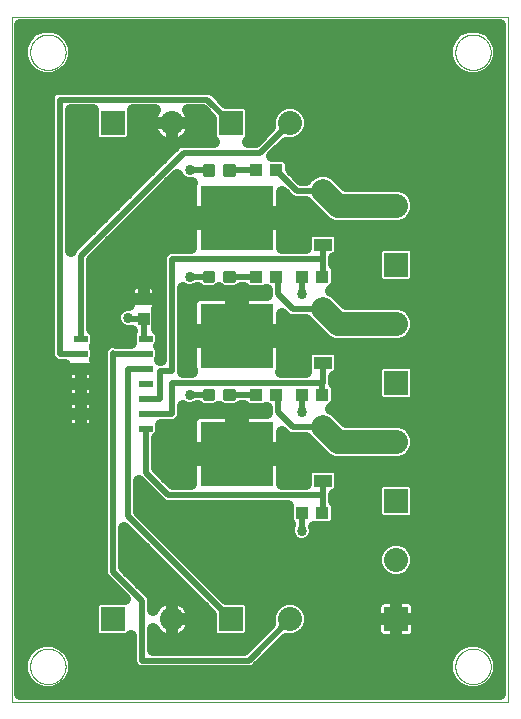
<source format=gtl>
G75*
%MOIN*%
%OFA0B0*%
%FSLAX25Y25*%
%IPPOS*%
%LPD*%
%AMOC8*
5,1,8,0,0,1.08239X$1,22.5*
%
%ADD10C,0.00000*%
%ADD11R,0.08000X0.08000*%
%ADD12C,0.08000*%
%ADD13R,0.04724X0.01969*%
%ADD14R,0.04331X0.03937*%
%ADD15C,0.01181*%
%ADD16R,0.03937X0.04331*%
%ADD17R,0.24409X0.21260*%
%ADD18R,0.06299X0.03937*%
%ADD19C,0.03937*%
%ADD20C,0.03369*%
%ADD21C,0.01969*%
%ADD22C,0.07874*%
D10*
X0002969Y0002969D02*
X0002969Y0231315D01*
X0168323Y0231315D01*
X0168323Y0002969D01*
X0002969Y0002969D01*
X0008874Y0014780D02*
X0008876Y0014933D01*
X0008882Y0015087D01*
X0008892Y0015240D01*
X0008906Y0015392D01*
X0008924Y0015545D01*
X0008946Y0015696D01*
X0008971Y0015847D01*
X0009001Y0015998D01*
X0009035Y0016148D01*
X0009072Y0016296D01*
X0009113Y0016444D01*
X0009158Y0016590D01*
X0009207Y0016736D01*
X0009260Y0016880D01*
X0009316Y0017022D01*
X0009376Y0017163D01*
X0009440Y0017303D01*
X0009507Y0017441D01*
X0009578Y0017577D01*
X0009653Y0017711D01*
X0009730Y0017843D01*
X0009812Y0017973D01*
X0009896Y0018101D01*
X0009984Y0018227D01*
X0010075Y0018350D01*
X0010169Y0018471D01*
X0010267Y0018589D01*
X0010367Y0018705D01*
X0010471Y0018818D01*
X0010577Y0018929D01*
X0010686Y0019037D01*
X0010798Y0019142D01*
X0010912Y0019243D01*
X0011030Y0019342D01*
X0011149Y0019438D01*
X0011271Y0019531D01*
X0011396Y0019620D01*
X0011523Y0019707D01*
X0011652Y0019789D01*
X0011783Y0019869D01*
X0011916Y0019945D01*
X0012051Y0020018D01*
X0012188Y0020087D01*
X0012327Y0020152D01*
X0012467Y0020214D01*
X0012609Y0020272D01*
X0012752Y0020327D01*
X0012897Y0020378D01*
X0013043Y0020425D01*
X0013190Y0020468D01*
X0013338Y0020507D01*
X0013487Y0020543D01*
X0013637Y0020574D01*
X0013788Y0020602D01*
X0013939Y0020626D01*
X0014092Y0020646D01*
X0014244Y0020662D01*
X0014397Y0020674D01*
X0014550Y0020682D01*
X0014703Y0020686D01*
X0014857Y0020686D01*
X0015010Y0020682D01*
X0015163Y0020674D01*
X0015316Y0020662D01*
X0015468Y0020646D01*
X0015621Y0020626D01*
X0015772Y0020602D01*
X0015923Y0020574D01*
X0016073Y0020543D01*
X0016222Y0020507D01*
X0016370Y0020468D01*
X0016517Y0020425D01*
X0016663Y0020378D01*
X0016808Y0020327D01*
X0016951Y0020272D01*
X0017093Y0020214D01*
X0017233Y0020152D01*
X0017372Y0020087D01*
X0017509Y0020018D01*
X0017644Y0019945D01*
X0017777Y0019869D01*
X0017908Y0019789D01*
X0018037Y0019707D01*
X0018164Y0019620D01*
X0018289Y0019531D01*
X0018411Y0019438D01*
X0018530Y0019342D01*
X0018648Y0019243D01*
X0018762Y0019142D01*
X0018874Y0019037D01*
X0018983Y0018929D01*
X0019089Y0018818D01*
X0019193Y0018705D01*
X0019293Y0018589D01*
X0019391Y0018471D01*
X0019485Y0018350D01*
X0019576Y0018227D01*
X0019664Y0018101D01*
X0019748Y0017973D01*
X0019830Y0017843D01*
X0019907Y0017711D01*
X0019982Y0017577D01*
X0020053Y0017441D01*
X0020120Y0017303D01*
X0020184Y0017163D01*
X0020244Y0017022D01*
X0020300Y0016880D01*
X0020353Y0016736D01*
X0020402Y0016590D01*
X0020447Y0016444D01*
X0020488Y0016296D01*
X0020525Y0016148D01*
X0020559Y0015998D01*
X0020589Y0015847D01*
X0020614Y0015696D01*
X0020636Y0015545D01*
X0020654Y0015392D01*
X0020668Y0015240D01*
X0020678Y0015087D01*
X0020684Y0014933D01*
X0020686Y0014780D01*
X0020684Y0014627D01*
X0020678Y0014473D01*
X0020668Y0014320D01*
X0020654Y0014168D01*
X0020636Y0014015D01*
X0020614Y0013864D01*
X0020589Y0013713D01*
X0020559Y0013562D01*
X0020525Y0013412D01*
X0020488Y0013264D01*
X0020447Y0013116D01*
X0020402Y0012970D01*
X0020353Y0012824D01*
X0020300Y0012680D01*
X0020244Y0012538D01*
X0020184Y0012397D01*
X0020120Y0012257D01*
X0020053Y0012119D01*
X0019982Y0011983D01*
X0019907Y0011849D01*
X0019830Y0011717D01*
X0019748Y0011587D01*
X0019664Y0011459D01*
X0019576Y0011333D01*
X0019485Y0011210D01*
X0019391Y0011089D01*
X0019293Y0010971D01*
X0019193Y0010855D01*
X0019089Y0010742D01*
X0018983Y0010631D01*
X0018874Y0010523D01*
X0018762Y0010418D01*
X0018648Y0010317D01*
X0018530Y0010218D01*
X0018411Y0010122D01*
X0018289Y0010029D01*
X0018164Y0009940D01*
X0018037Y0009853D01*
X0017908Y0009771D01*
X0017777Y0009691D01*
X0017644Y0009615D01*
X0017509Y0009542D01*
X0017372Y0009473D01*
X0017233Y0009408D01*
X0017093Y0009346D01*
X0016951Y0009288D01*
X0016808Y0009233D01*
X0016663Y0009182D01*
X0016517Y0009135D01*
X0016370Y0009092D01*
X0016222Y0009053D01*
X0016073Y0009017D01*
X0015923Y0008986D01*
X0015772Y0008958D01*
X0015621Y0008934D01*
X0015468Y0008914D01*
X0015316Y0008898D01*
X0015163Y0008886D01*
X0015010Y0008878D01*
X0014857Y0008874D01*
X0014703Y0008874D01*
X0014550Y0008878D01*
X0014397Y0008886D01*
X0014244Y0008898D01*
X0014092Y0008914D01*
X0013939Y0008934D01*
X0013788Y0008958D01*
X0013637Y0008986D01*
X0013487Y0009017D01*
X0013338Y0009053D01*
X0013190Y0009092D01*
X0013043Y0009135D01*
X0012897Y0009182D01*
X0012752Y0009233D01*
X0012609Y0009288D01*
X0012467Y0009346D01*
X0012327Y0009408D01*
X0012188Y0009473D01*
X0012051Y0009542D01*
X0011916Y0009615D01*
X0011783Y0009691D01*
X0011652Y0009771D01*
X0011523Y0009853D01*
X0011396Y0009940D01*
X0011271Y0010029D01*
X0011149Y0010122D01*
X0011030Y0010218D01*
X0010912Y0010317D01*
X0010798Y0010418D01*
X0010686Y0010523D01*
X0010577Y0010631D01*
X0010471Y0010742D01*
X0010367Y0010855D01*
X0010267Y0010971D01*
X0010169Y0011089D01*
X0010075Y0011210D01*
X0009984Y0011333D01*
X0009896Y0011459D01*
X0009812Y0011587D01*
X0009730Y0011717D01*
X0009653Y0011849D01*
X0009578Y0011983D01*
X0009507Y0012119D01*
X0009440Y0012257D01*
X0009376Y0012397D01*
X0009316Y0012538D01*
X0009260Y0012680D01*
X0009207Y0012824D01*
X0009158Y0012970D01*
X0009113Y0013116D01*
X0009072Y0013264D01*
X0009035Y0013412D01*
X0009001Y0013562D01*
X0008971Y0013713D01*
X0008946Y0013864D01*
X0008924Y0014015D01*
X0008906Y0014168D01*
X0008892Y0014320D01*
X0008882Y0014473D01*
X0008876Y0014627D01*
X0008874Y0014780D01*
X0150606Y0014780D02*
X0150608Y0014933D01*
X0150614Y0015087D01*
X0150624Y0015240D01*
X0150638Y0015392D01*
X0150656Y0015545D01*
X0150678Y0015696D01*
X0150703Y0015847D01*
X0150733Y0015998D01*
X0150767Y0016148D01*
X0150804Y0016296D01*
X0150845Y0016444D01*
X0150890Y0016590D01*
X0150939Y0016736D01*
X0150992Y0016880D01*
X0151048Y0017022D01*
X0151108Y0017163D01*
X0151172Y0017303D01*
X0151239Y0017441D01*
X0151310Y0017577D01*
X0151385Y0017711D01*
X0151462Y0017843D01*
X0151544Y0017973D01*
X0151628Y0018101D01*
X0151716Y0018227D01*
X0151807Y0018350D01*
X0151901Y0018471D01*
X0151999Y0018589D01*
X0152099Y0018705D01*
X0152203Y0018818D01*
X0152309Y0018929D01*
X0152418Y0019037D01*
X0152530Y0019142D01*
X0152644Y0019243D01*
X0152762Y0019342D01*
X0152881Y0019438D01*
X0153003Y0019531D01*
X0153128Y0019620D01*
X0153255Y0019707D01*
X0153384Y0019789D01*
X0153515Y0019869D01*
X0153648Y0019945D01*
X0153783Y0020018D01*
X0153920Y0020087D01*
X0154059Y0020152D01*
X0154199Y0020214D01*
X0154341Y0020272D01*
X0154484Y0020327D01*
X0154629Y0020378D01*
X0154775Y0020425D01*
X0154922Y0020468D01*
X0155070Y0020507D01*
X0155219Y0020543D01*
X0155369Y0020574D01*
X0155520Y0020602D01*
X0155671Y0020626D01*
X0155824Y0020646D01*
X0155976Y0020662D01*
X0156129Y0020674D01*
X0156282Y0020682D01*
X0156435Y0020686D01*
X0156589Y0020686D01*
X0156742Y0020682D01*
X0156895Y0020674D01*
X0157048Y0020662D01*
X0157200Y0020646D01*
X0157353Y0020626D01*
X0157504Y0020602D01*
X0157655Y0020574D01*
X0157805Y0020543D01*
X0157954Y0020507D01*
X0158102Y0020468D01*
X0158249Y0020425D01*
X0158395Y0020378D01*
X0158540Y0020327D01*
X0158683Y0020272D01*
X0158825Y0020214D01*
X0158965Y0020152D01*
X0159104Y0020087D01*
X0159241Y0020018D01*
X0159376Y0019945D01*
X0159509Y0019869D01*
X0159640Y0019789D01*
X0159769Y0019707D01*
X0159896Y0019620D01*
X0160021Y0019531D01*
X0160143Y0019438D01*
X0160262Y0019342D01*
X0160380Y0019243D01*
X0160494Y0019142D01*
X0160606Y0019037D01*
X0160715Y0018929D01*
X0160821Y0018818D01*
X0160925Y0018705D01*
X0161025Y0018589D01*
X0161123Y0018471D01*
X0161217Y0018350D01*
X0161308Y0018227D01*
X0161396Y0018101D01*
X0161480Y0017973D01*
X0161562Y0017843D01*
X0161639Y0017711D01*
X0161714Y0017577D01*
X0161785Y0017441D01*
X0161852Y0017303D01*
X0161916Y0017163D01*
X0161976Y0017022D01*
X0162032Y0016880D01*
X0162085Y0016736D01*
X0162134Y0016590D01*
X0162179Y0016444D01*
X0162220Y0016296D01*
X0162257Y0016148D01*
X0162291Y0015998D01*
X0162321Y0015847D01*
X0162346Y0015696D01*
X0162368Y0015545D01*
X0162386Y0015392D01*
X0162400Y0015240D01*
X0162410Y0015087D01*
X0162416Y0014933D01*
X0162418Y0014780D01*
X0162416Y0014627D01*
X0162410Y0014473D01*
X0162400Y0014320D01*
X0162386Y0014168D01*
X0162368Y0014015D01*
X0162346Y0013864D01*
X0162321Y0013713D01*
X0162291Y0013562D01*
X0162257Y0013412D01*
X0162220Y0013264D01*
X0162179Y0013116D01*
X0162134Y0012970D01*
X0162085Y0012824D01*
X0162032Y0012680D01*
X0161976Y0012538D01*
X0161916Y0012397D01*
X0161852Y0012257D01*
X0161785Y0012119D01*
X0161714Y0011983D01*
X0161639Y0011849D01*
X0161562Y0011717D01*
X0161480Y0011587D01*
X0161396Y0011459D01*
X0161308Y0011333D01*
X0161217Y0011210D01*
X0161123Y0011089D01*
X0161025Y0010971D01*
X0160925Y0010855D01*
X0160821Y0010742D01*
X0160715Y0010631D01*
X0160606Y0010523D01*
X0160494Y0010418D01*
X0160380Y0010317D01*
X0160262Y0010218D01*
X0160143Y0010122D01*
X0160021Y0010029D01*
X0159896Y0009940D01*
X0159769Y0009853D01*
X0159640Y0009771D01*
X0159509Y0009691D01*
X0159376Y0009615D01*
X0159241Y0009542D01*
X0159104Y0009473D01*
X0158965Y0009408D01*
X0158825Y0009346D01*
X0158683Y0009288D01*
X0158540Y0009233D01*
X0158395Y0009182D01*
X0158249Y0009135D01*
X0158102Y0009092D01*
X0157954Y0009053D01*
X0157805Y0009017D01*
X0157655Y0008986D01*
X0157504Y0008958D01*
X0157353Y0008934D01*
X0157200Y0008914D01*
X0157048Y0008898D01*
X0156895Y0008886D01*
X0156742Y0008878D01*
X0156589Y0008874D01*
X0156435Y0008874D01*
X0156282Y0008878D01*
X0156129Y0008886D01*
X0155976Y0008898D01*
X0155824Y0008914D01*
X0155671Y0008934D01*
X0155520Y0008958D01*
X0155369Y0008986D01*
X0155219Y0009017D01*
X0155070Y0009053D01*
X0154922Y0009092D01*
X0154775Y0009135D01*
X0154629Y0009182D01*
X0154484Y0009233D01*
X0154341Y0009288D01*
X0154199Y0009346D01*
X0154059Y0009408D01*
X0153920Y0009473D01*
X0153783Y0009542D01*
X0153648Y0009615D01*
X0153515Y0009691D01*
X0153384Y0009771D01*
X0153255Y0009853D01*
X0153128Y0009940D01*
X0153003Y0010029D01*
X0152881Y0010122D01*
X0152762Y0010218D01*
X0152644Y0010317D01*
X0152530Y0010418D01*
X0152418Y0010523D01*
X0152309Y0010631D01*
X0152203Y0010742D01*
X0152099Y0010855D01*
X0151999Y0010971D01*
X0151901Y0011089D01*
X0151807Y0011210D01*
X0151716Y0011333D01*
X0151628Y0011459D01*
X0151544Y0011587D01*
X0151462Y0011717D01*
X0151385Y0011849D01*
X0151310Y0011983D01*
X0151239Y0012119D01*
X0151172Y0012257D01*
X0151108Y0012397D01*
X0151048Y0012538D01*
X0150992Y0012680D01*
X0150939Y0012824D01*
X0150890Y0012970D01*
X0150845Y0013116D01*
X0150804Y0013264D01*
X0150767Y0013412D01*
X0150733Y0013562D01*
X0150703Y0013713D01*
X0150678Y0013864D01*
X0150656Y0014015D01*
X0150638Y0014168D01*
X0150624Y0014320D01*
X0150614Y0014473D01*
X0150608Y0014627D01*
X0150606Y0014780D01*
X0150606Y0219504D02*
X0150608Y0219657D01*
X0150614Y0219811D01*
X0150624Y0219964D01*
X0150638Y0220116D01*
X0150656Y0220269D01*
X0150678Y0220420D01*
X0150703Y0220571D01*
X0150733Y0220722D01*
X0150767Y0220872D01*
X0150804Y0221020D01*
X0150845Y0221168D01*
X0150890Y0221314D01*
X0150939Y0221460D01*
X0150992Y0221604D01*
X0151048Y0221746D01*
X0151108Y0221887D01*
X0151172Y0222027D01*
X0151239Y0222165D01*
X0151310Y0222301D01*
X0151385Y0222435D01*
X0151462Y0222567D01*
X0151544Y0222697D01*
X0151628Y0222825D01*
X0151716Y0222951D01*
X0151807Y0223074D01*
X0151901Y0223195D01*
X0151999Y0223313D01*
X0152099Y0223429D01*
X0152203Y0223542D01*
X0152309Y0223653D01*
X0152418Y0223761D01*
X0152530Y0223866D01*
X0152644Y0223967D01*
X0152762Y0224066D01*
X0152881Y0224162D01*
X0153003Y0224255D01*
X0153128Y0224344D01*
X0153255Y0224431D01*
X0153384Y0224513D01*
X0153515Y0224593D01*
X0153648Y0224669D01*
X0153783Y0224742D01*
X0153920Y0224811D01*
X0154059Y0224876D01*
X0154199Y0224938D01*
X0154341Y0224996D01*
X0154484Y0225051D01*
X0154629Y0225102D01*
X0154775Y0225149D01*
X0154922Y0225192D01*
X0155070Y0225231D01*
X0155219Y0225267D01*
X0155369Y0225298D01*
X0155520Y0225326D01*
X0155671Y0225350D01*
X0155824Y0225370D01*
X0155976Y0225386D01*
X0156129Y0225398D01*
X0156282Y0225406D01*
X0156435Y0225410D01*
X0156589Y0225410D01*
X0156742Y0225406D01*
X0156895Y0225398D01*
X0157048Y0225386D01*
X0157200Y0225370D01*
X0157353Y0225350D01*
X0157504Y0225326D01*
X0157655Y0225298D01*
X0157805Y0225267D01*
X0157954Y0225231D01*
X0158102Y0225192D01*
X0158249Y0225149D01*
X0158395Y0225102D01*
X0158540Y0225051D01*
X0158683Y0224996D01*
X0158825Y0224938D01*
X0158965Y0224876D01*
X0159104Y0224811D01*
X0159241Y0224742D01*
X0159376Y0224669D01*
X0159509Y0224593D01*
X0159640Y0224513D01*
X0159769Y0224431D01*
X0159896Y0224344D01*
X0160021Y0224255D01*
X0160143Y0224162D01*
X0160262Y0224066D01*
X0160380Y0223967D01*
X0160494Y0223866D01*
X0160606Y0223761D01*
X0160715Y0223653D01*
X0160821Y0223542D01*
X0160925Y0223429D01*
X0161025Y0223313D01*
X0161123Y0223195D01*
X0161217Y0223074D01*
X0161308Y0222951D01*
X0161396Y0222825D01*
X0161480Y0222697D01*
X0161562Y0222567D01*
X0161639Y0222435D01*
X0161714Y0222301D01*
X0161785Y0222165D01*
X0161852Y0222027D01*
X0161916Y0221887D01*
X0161976Y0221746D01*
X0162032Y0221604D01*
X0162085Y0221460D01*
X0162134Y0221314D01*
X0162179Y0221168D01*
X0162220Y0221020D01*
X0162257Y0220872D01*
X0162291Y0220722D01*
X0162321Y0220571D01*
X0162346Y0220420D01*
X0162368Y0220269D01*
X0162386Y0220116D01*
X0162400Y0219964D01*
X0162410Y0219811D01*
X0162416Y0219657D01*
X0162418Y0219504D01*
X0162416Y0219351D01*
X0162410Y0219197D01*
X0162400Y0219044D01*
X0162386Y0218892D01*
X0162368Y0218739D01*
X0162346Y0218588D01*
X0162321Y0218437D01*
X0162291Y0218286D01*
X0162257Y0218136D01*
X0162220Y0217988D01*
X0162179Y0217840D01*
X0162134Y0217694D01*
X0162085Y0217548D01*
X0162032Y0217404D01*
X0161976Y0217262D01*
X0161916Y0217121D01*
X0161852Y0216981D01*
X0161785Y0216843D01*
X0161714Y0216707D01*
X0161639Y0216573D01*
X0161562Y0216441D01*
X0161480Y0216311D01*
X0161396Y0216183D01*
X0161308Y0216057D01*
X0161217Y0215934D01*
X0161123Y0215813D01*
X0161025Y0215695D01*
X0160925Y0215579D01*
X0160821Y0215466D01*
X0160715Y0215355D01*
X0160606Y0215247D01*
X0160494Y0215142D01*
X0160380Y0215041D01*
X0160262Y0214942D01*
X0160143Y0214846D01*
X0160021Y0214753D01*
X0159896Y0214664D01*
X0159769Y0214577D01*
X0159640Y0214495D01*
X0159509Y0214415D01*
X0159376Y0214339D01*
X0159241Y0214266D01*
X0159104Y0214197D01*
X0158965Y0214132D01*
X0158825Y0214070D01*
X0158683Y0214012D01*
X0158540Y0213957D01*
X0158395Y0213906D01*
X0158249Y0213859D01*
X0158102Y0213816D01*
X0157954Y0213777D01*
X0157805Y0213741D01*
X0157655Y0213710D01*
X0157504Y0213682D01*
X0157353Y0213658D01*
X0157200Y0213638D01*
X0157048Y0213622D01*
X0156895Y0213610D01*
X0156742Y0213602D01*
X0156589Y0213598D01*
X0156435Y0213598D01*
X0156282Y0213602D01*
X0156129Y0213610D01*
X0155976Y0213622D01*
X0155824Y0213638D01*
X0155671Y0213658D01*
X0155520Y0213682D01*
X0155369Y0213710D01*
X0155219Y0213741D01*
X0155070Y0213777D01*
X0154922Y0213816D01*
X0154775Y0213859D01*
X0154629Y0213906D01*
X0154484Y0213957D01*
X0154341Y0214012D01*
X0154199Y0214070D01*
X0154059Y0214132D01*
X0153920Y0214197D01*
X0153783Y0214266D01*
X0153648Y0214339D01*
X0153515Y0214415D01*
X0153384Y0214495D01*
X0153255Y0214577D01*
X0153128Y0214664D01*
X0153003Y0214753D01*
X0152881Y0214846D01*
X0152762Y0214942D01*
X0152644Y0215041D01*
X0152530Y0215142D01*
X0152418Y0215247D01*
X0152309Y0215355D01*
X0152203Y0215466D01*
X0152099Y0215579D01*
X0151999Y0215695D01*
X0151901Y0215813D01*
X0151807Y0215934D01*
X0151716Y0216057D01*
X0151628Y0216183D01*
X0151544Y0216311D01*
X0151462Y0216441D01*
X0151385Y0216573D01*
X0151310Y0216707D01*
X0151239Y0216843D01*
X0151172Y0216981D01*
X0151108Y0217121D01*
X0151048Y0217262D01*
X0150992Y0217404D01*
X0150939Y0217548D01*
X0150890Y0217694D01*
X0150845Y0217840D01*
X0150804Y0217988D01*
X0150767Y0218136D01*
X0150733Y0218286D01*
X0150703Y0218437D01*
X0150678Y0218588D01*
X0150656Y0218739D01*
X0150638Y0218892D01*
X0150624Y0219044D01*
X0150614Y0219197D01*
X0150608Y0219351D01*
X0150606Y0219504D01*
X0008874Y0219504D02*
X0008876Y0219657D01*
X0008882Y0219811D01*
X0008892Y0219964D01*
X0008906Y0220116D01*
X0008924Y0220269D01*
X0008946Y0220420D01*
X0008971Y0220571D01*
X0009001Y0220722D01*
X0009035Y0220872D01*
X0009072Y0221020D01*
X0009113Y0221168D01*
X0009158Y0221314D01*
X0009207Y0221460D01*
X0009260Y0221604D01*
X0009316Y0221746D01*
X0009376Y0221887D01*
X0009440Y0222027D01*
X0009507Y0222165D01*
X0009578Y0222301D01*
X0009653Y0222435D01*
X0009730Y0222567D01*
X0009812Y0222697D01*
X0009896Y0222825D01*
X0009984Y0222951D01*
X0010075Y0223074D01*
X0010169Y0223195D01*
X0010267Y0223313D01*
X0010367Y0223429D01*
X0010471Y0223542D01*
X0010577Y0223653D01*
X0010686Y0223761D01*
X0010798Y0223866D01*
X0010912Y0223967D01*
X0011030Y0224066D01*
X0011149Y0224162D01*
X0011271Y0224255D01*
X0011396Y0224344D01*
X0011523Y0224431D01*
X0011652Y0224513D01*
X0011783Y0224593D01*
X0011916Y0224669D01*
X0012051Y0224742D01*
X0012188Y0224811D01*
X0012327Y0224876D01*
X0012467Y0224938D01*
X0012609Y0224996D01*
X0012752Y0225051D01*
X0012897Y0225102D01*
X0013043Y0225149D01*
X0013190Y0225192D01*
X0013338Y0225231D01*
X0013487Y0225267D01*
X0013637Y0225298D01*
X0013788Y0225326D01*
X0013939Y0225350D01*
X0014092Y0225370D01*
X0014244Y0225386D01*
X0014397Y0225398D01*
X0014550Y0225406D01*
X0014703Y0225410D01*
X0014857Y0225410D01*
X0015010Y0225406D01*
X0015163Y0225398D01*
X0015316Y0225386D01*
X0015468Y0225370D01*
X0015621Y0225350D01*
X0015772Y0225326D01*
X0015923Y0225298D01*
X0016073Y0225267D01*
X0016222Y0225231D01*
X0016370Y0225192D01*
X0016517Y0225149D01*
X0016663Y0225102D01*
X0016808Y0225051D01*
X0016951Y0224996D01*
X0017093Y0224938D01*
X0017233Y0224876D01*
X0017372Y0224811D01*
X0017509Y0224742D01*
X0017644Y0224669D01*
X0017777Y0224593D01*
X0017908Y0224513D01*
X0018037Y0224431D01*
X0018164Y0224344D01*
X0018289Y0224255D01*
X0018411Y0224162D01*
X0018530Y0224066D01*
X0018648Y0223967D01*
X0018762Y0223866D01*
X0018874Y0223761D01*
X0018983Y0223653D01*
X0019089Y0223542D01*
X0019193Y0223429D01*
X0019293Y0223313D01*
X0019391Y0223195D01*
X0019485Y0223074D01*
X0019576Y0222951D01*
X0019664Y0222825D01*
X0019748Y0222697D01*
X0019830Y0222567D01*
X0019907Y0222435D01*
X0019982Y0222301D01*
X0020053Y0222165D01*
X0020120Y0222027D01*
X0020184Y0221887D01*
X0020244Y0221746D01*
X0020300Y0221604D01*
X0020353Y0221460D01*
X0020402Y0221314D01*
X0020447Y0221168D01*
X0020488Y0221020D01*
X0020525Y0220872D01*
X0020559Y0220722D01*
X0020589Y0220571D01*
X0020614Y0220420D01*
X0020636Y0220269D01*
X0020654Y0220116D01*
X0020668Y0219964D01*
X0020678Y0219811D01*
X0020684Y0219657D01*
X0020686Y0219504D01*
X0020684Y0219351D01*
X0020678Y0219197D01*
X0020668Y0219044D01*
X0020654Y0218892D01*
X0020636Y0218739D01*
X0020614Y0218588D01*
X0020589Y0218437D01*
X0020559Y0218286D01*
X0020525Y0218136D01*
X0020488Y0217988D01*
X0020447Y0217840D01*
X0020402Y0217694D01*
X0020353Y0217548D01*
X0020300Y0217404D01*
X0020244Y0217262D01*
X0020184Y0217121D01*
X0020120Y0216981D01*
X0020053Y0216843D01*
X0019982Y0216707D01*
X0019907Y0216573D01*
X0019830Y0216441D01*
X0019748Y0216311D01*
X0019664Y0216183D01*
X0019576Y0216057D01*
X0019485Y0215934D01*
X0019391Y0215813D01*
X0019293Y0215695D01*
X0019193Y0215579D01*
X0019089Y0215466D01*
X0018983Y0215355D01*
X0018874Y0215247D01*
X0018762Y0215142D01*
X0018648Y0215041D01*
X0018530Y0214942D01*
X0018411Y0214846D01*
X0018289Y0214753D01*
X0018164Y0214664D01*
X0018037Y0214577D01*
X0017908Y0214495D01*
X0017777Y0214415D01*
X0017644Y0214339D01*
X0017509Y0214266D01*
X0017372Y0214197D01*
X0017233Y0214132D01*
X0017093Y0214070D01*
X0016951Y0214012D01*
X0016808Y0213957D01*
X0016663Y0213906D01*
X0016517Y0213859D01*
X0016370Y0213816D01*
X0016222Y0213777D01*
X0016073Y0213741D01*
X0015923Y0213710D01*
X0015772Y0213682D01*
X0015621Y0213658D01*
X0015468Y0213638D01*
X0015316Y0213622D01*
X0015163Y0213610D01*
X0015010Y0213602D01*
X0014857Y0213598D01*
X0014703Y0213598D01*
X0014550Y0213602D01*
X0014397Y0213610D01*
X0014244Y0213622D01*
X0014092Y0213638D01*
X0013939Y0213658D01*
X0013788Y0213682D01*
X0013637Y0213710D01*
X0013487Y0213741D01*
X0013338Y0213777D01*
X0013190Y0213816D01*
X0013043Y0213859D01*
X0012897Y0213906D01*
X0012752Y0213957D01*
X0012609Y0214012D01*
X0012467Y0214070D01*
X0012327Y0214132D01*
X0012188Y0214197D01*
X0012051Y0214266D01*
X0011916Y0214339D01*
X0011783Y0214415D01*
X0011652Y0214495D01*
X0011523Y0214577D01*
X0011396Y0214664D01*
X0011271Y0214753D01*
X0011149Y0214846D01*
X0011030Y0214942D01*
X0010912Y0215041D01*
X0010798Y0215142D01*
X0010686Y0215247D01*
X0010577Y0215355D01*
X0010471Y0215466D01*
X0010367Y0215579D01*
X0010267Y0215695D01*
X0010169Y0215813D01*
X0010075Y0215934D01*
X0009984Y0216057D01*
X0009896Y0216183D01*
X0009812Y0216311D01*
X0009730Y0216441D01*
X0009653Y0216573D01*
X0009578Y0216707D01*
X0009507Y0216843D01*
X0009440Y0216981D01*
X0009376Y0217121D01*
X0009316Y0217262D01*
X0009260Y0217404D01*
X0009207Y0217548D01*
X0009158Y0217694D01*
X0009113Y0217840D01*
X0009072Y0217988D01*
X0009035Y0218136D01*
X0009001Y0218286D01*
X0008971Y0218437D01*
X0008946Y0218588D01*
X0008924Y0218739D01*
X0008906Y0218892D01*
X0008892Y0219044D01*
X0008882Y0219197D01*
X0008876Y0219351D01*
X0008874Y0219504D01*
D11*
X0036433Y0195882D03*
X0075803Y0195882D03*
X0130921Y0148638D03*
X0130921Y0109268D03*
X0130921Y0069898D03*
X0130921Y0030528D03*
X0075803Y0030528D03*
X0036433Y0030528D03*
D12*
X0056118Y0030528D03*
X0095488Y0030528D03*
X0130921Y0050213D03*
X0130921Y0089583D03*
X0130921Y0128953D03*
X0130921Y0168323D03*
X0095488Y0195882D03*
X0056118Y0195882D03*
D13*
X0047378Y0124031D03*
X0047378Y0119031D03*
X0047378Y0114031D03*
X0047378Y0109031D03*
X0047378Y0104031D03*
X0047378Y0099031D03*
X0047378Y0094031D03*
X0025724Y0094031D03*
X0025724Y0099031D03*
X0025724Y0104031D03*
X0025724Y0109031D03*
X0025724Y0114031D03*
X0025724Y0119031D03*
X0025724Y0124031D03*
D14*
X0084268Y0105331D03*
X0090961Y0105331D03*
X0099622Y0105331D03*
X0106315Y0105331D03*
X0106315Y0065961D03*
X0099622Y0065961D03*
X0099622Y0144701D03*
X0106315Y0144701D03*
X0090961Y0144701D03*
X0084268Y0144701D03*
X0084268Y0180134D03*
X0090961Y0180134D03*
D15*
X0073941Y0178756D02*
X0073941Y0181512D01*
X0076697Y0181512D01*
X0076697Y0178756D01*
X0073941Y0178756D01*
X0073941Y0179936D02*
X0076697Y0179936D01*
X0076697Y0181116D02*
X0073941Y0181116D01*
X0067035Y0181512D02*
X0067035Y0178756D01*
X0067035Y0181512D02*
X0069791Y0181512D01*
X0069791Y0178756D01*
X0067035Y0178756D01*
X0067035Y0179936D02*
X0069791Y0179936D01*
X0069791Y0181116D02*
X0067035Y0181116D01*
X0067035Y0146079D02*
X0067035Y0143323D01*
X0067035Y0146079D02*
X0069791Y0146079D01*
X0069791Y0143323D01*
X0067035Y0143323D01*
X0067035Y0144503D02*
X0069791Y0144503D01*
X0069791Y0145683D02*
X0067035Y0145683D01*
X0073941Y0146079D02*
X0073941Y0143323D01*
X0073941Y0146079D02*
X0076697Y0146079D01*
X0076697Y0143323D01*
X0073941Y0143323D01*
X0073941Y0144503D02*
X0076697Y0144503D01*
X0076697Y0145683D02*
X0073941Y0145683D01*
X0073941Y0106709D02*
X0073941Y0103953D01*
X0073941Y0106709D02*
X0076697Y0106709D01*
X0076697Y0103953D01*
X0073941Y0103953D01*
X0073941Y0105133D02*
X0076697Y0105133D01*
X0076697Y0106313D02*
X0073941Y0106313D01*
X0067035Y0106709D02*
X0067035Y0103953D01*
X0067035Y0106709D02*
X0069791Y0106709D01*
X0069791Y0103953D01*
X0067035Y0103953D01*
X0067035Y0105133D02*
X0069791Y0105133D01*
X0069791Y0106313D02*
X0067035Y0106313D01*
D16*
X0046669Y0130724D03*
X0046669Y0137417D03*
D17*
X0077772Y0125016D03*
X0077772Y0164386D03*
X0077772Y0085646D03*
D18*
X0106512Y0094622D03*
X0106512Y0076669D03*
X0106512Y0116039D03*
X0106512Y0133992D03*
X0106512Y0155409D03*
X0106512Y0173362D03*
D19*
X0102272Y0168260D02*
X0092945Y0168260D01*
X0092945Y0166354D02*
X0092945Y0172984D01*
X0094636Y0171293D01*
X0095663Y0170266D01*
X0097006Y0169709D01*
X0100875Y0169709D01*
X0100912Y0169620D01*
X0107809Y0162723D01*
X0110237Y0161717D01*
X0129443Y0161717D01*
X0129595Y0161654D01*
X0132248Y0161654D01*
X0134699Y0162670D01*
X0136575Y0164545D01*
X0137590Y0166996D01*
X0137590Y0169649D01*
X0136575Y0172100D01*
X0134699Y0173976D01*
X0132248Y0174991D01*
X0129595Y0174991D01*
X0129443Y0174928D01*
X0114287Y0174928D01*
X0110254Y0178962D01*
X0107826Y0179968D01*
X0105198Y0179968D01*
X0102770Y0178962D01*
X0100912Y0177104D01*
X0100875Y0177015D01*
X0099245Y0177015D01*
X0095794Y0180466D01*
X0095794Y0182633D01*
X0095388Y0183614D01*
X0094638Y0184365D01*
X0093657Y0184771D01*
X0089543Y0184771D01*
X0094037Y0189265D01*
X0094162Y0189213D01*
X0096815Y0189213D01*
X0099266Y0190229D01*
X0101141Y0192104D01*
X0102157Y0194555D01*
X0102157Y0197208D01*
X0101141Y0199659D01*
X0099266Y0201535D01*
X0096815Y0202550D01*
X0094162Y0202550D01*
X0091711Y0201535D01*
X0089835Y0199659D01*
X0088820Y0197208D01*
X0088820Y0194555D01*
X0088871Y0194431D01*
X0084133Y0189692D01*
X0081387Y0189692D01*
X0082065Y0190370D01*
X0082472Y0191351D01*
X0082472Y0200413D01*
X0082065Y0201393D01*
X0081315Y0202144D01*
X0080334Y0202550D01*
X0074300Y0202550D01*
X0071026Y0205825D01*
X0069998Y0206853D01*
X0068656Y0207409D01*
X0017990Y0207409D01*
X0016647Y0206853D01*
X0015620Y0205825D01*
X0015064Y0204482D01*
X0015064Y0118384D01*
X0015620Y0117041D01*
X0015699Y0116962D01*
X0016726Y0115935D01*
X0018069Y0115379D01*
X0020408Y0115379D01*
X0020394Y0115308D01*
X0020394Y0114032D01*
X0025724Y0114032D01*
X0025724Y0114031D01*
X0025724Y0114031D01*
X0025724Y0112984D01*
X0025724Y0109032D01*
X0025724Y0109032D01*
X0025724Y0109031D01*
X0025724Y0109031D01*
X0025724Y0107984D01*
X0025724Y0104032D01*
X0025724Y0104032D01*
X0025724Y0104031D01*
X0025724Y0104031D01*
X0025724Y0102984D01*
X0025724Y0099032D01*
X0025724Y0099032D01*
X0025724Y0099031D01*
X0025724Y0099031D01*
X0025724Y0095079D01*
X0025724Y0094032D01*
X0025724Y0094032D01*
X0025724Y0094031D01*
X0025724Y0094031D01*
X0025724Y0090079D01*
X0023070Y0090079D01*
X0022496Y0090193D01*
X0021956Y0090417D01*
X0021470Y0090741D01*
X0021056Y0091155D01*
X0020732Y0091641D01*
X0020508Y0092181D01*
X0020394Y0092755D01*
X0020394Y0094031D01*
X0025724Y0094031D01*
X0025724Y0090079D01*
X0028379Y0090079D01*
X0028952Y0090193D01*
X0029493Y0090417D01*
X0029979Y0090741D01*
X0030392Y0091155D01*
X0030717Y0091641D01*
X0030941Y0092181D01*
X0031055Y0092755D01*
X0031055Y0094031D01*
X0025725Y0094031D01*
X0025725Y0094032D01*
X0031055Y0094032D01*
X0031055Y0095308D01*
X0030941Y0095882D01*
X0030717Y0096422D01*
X0030644Y0096531D01*
X0030717Y0096641D01*
X0030941Y0097181D01*
X0031055Y0097755D01*
X0031055Y0099031D01*
X0025725Y0099031D01*
X0025725Y0099032D01*
X0031055Y0099032D01*
X0031055Y0100308D01*
X0030941Y0100882D01*
X0030717Y0101422D01*
X0030644Y0101531D01*
X0030717Y0101641D01*
X0030941Y0102181D01*
X0031055Y0102755D01*
X0031055Y0104031D01*
X0025725Y0104031D01*
X0025725Y0104032D01*
X0031055Y0104032D01*
X0031055Y0105308D01*
X0030941Y0105882D01*
X0030717Y0106422D01*
X0030644Y0106531D01*
X0030717Y0106641D01*
X0030941Y0107181D01*
X0031055Y0107755D01*
X0031055Y0109031D01*
X0025725Y0109031D01*
X0025725Y0109032D01*
X0031055Y0109032D01*
X0031055Y0110308D01*
X0030941Y0110882D01*
X0030717Y0111422D01*
X0030644Y0111531D01*
X0030717Y0111641D01*
X0030941Y0112181D01*
X0031055Y0112755D01*
X0031055Y0114031D01*
X0025725Y0114031D01*
X0025725Y0114032D01*
X0031055Y0114032D01*
X0031055Y0115308D01*
X0030941Y0115882D01*
X0030717Y0116422D01*
X0030461Y0116806D01*
X0030755Y0117516D01*
X0030755Y0120547D01*
X0030349Y0121527D01*
X0030345Y0121531D01*
X0030349Y0121536D01*
X0030755Y0122516D01*
X0030755Y0125547D01*
X0030349Y0126527D01*
X0029598Y0127278D01*
X0029377Y0127370D01*
X0029377Y0150196D01*
X0057899Y0178717D01*
X0058334Y0177668D01*
X0059558Y0176444D01*
X0061158Y0175781D01*
X0062693Y0175781D01*
X0062598Y0175308D01*
X0062598Y0166354D01*
X0075803Y0166354D01*
X0075803Y0162417D01*
X0062598Y0162417D01*
X0062598Y0154259D01*
X0055392Y0154259D01*
X0054049Y0153703D01*
X0053021Y0152675D01*
X0052465Y0151333D01*
X0052465Y0116857D01*
X0052136Y0116857D01*
X0052409Y0117516D01*
X0052409Y0120547D01*
X0052002Y0121527D01*
X0051998Y0121531D01*
X0052002Y0121536D01*
X0052409Y0122516D01*
X0052409Y0125547D01*
X0052002Y0126527D01*
X0051252Y0127278D01*
X0051033Y0127369D01*
X0051306Y0128028D01*
X0051306Y0133421D01*
X0051183Y0133718D01*
X0051268Y0133846D01*
X0051492Y0134386D01*
X0051606Y0134960D01*
X0051606Y0137417D01*
X0046669Y0137417D01*
X0041732Y0137417D01*
X0041732Y0135274D01*
X0040685Y0135274D01*
X0039086Y0134611D01*
X0037861Y0133387D01*
X0037198Y0131787D01*
X0037198Y0130055D01*
X0037861Y0128456D01*
X0039086Y0127231D01*
X0040685Y0126569D01*
X0042417Y0126569D01*
X0042771Y0126715D01*
X0042856Y0126630D01*
X0042753Y0126527D01*
X0042347Y0125547D01*
X0042347Y0122684D01*
X0037350Y0122684D01*
X0037160Y0122763D01*
X0035706Y0122763D01*
X0034364Y0122207D01*
X0033336Y0121179D01*
X0032780Y0119837D01*
X0032780Y0045549D01*
X0033336Y0044206D01*
X0034364Y0043179D01*
X0040347Y0037196D01*
X0031902Y0037196D01*
X0030921Y0036790D01*
X0030171Y0036039D01*
X0029765Y0035058D01*
X0029765Y0025997D01*
X0030171Y0025016D01*
X0030921Y0024265D01*
X0031902Y0023859D01*
X0040964Y0023859D01*
X0041945Y0024265D01*
X0042623Y0024944D01*
X0042623Y0016021D01*
X0043179Y0014679D01*
X0044206Y0013651D01*
X0045549Y0013095D01*
X0082435Y0013095D01*
X0083778Y0013651D01*
X0094037Y0023911D01*
X0094162Y0023859D01*
X0096815Y0023859D01*
X0099266Y0024874D01*
X0101141Y0026750D01*
X0102157Y0029201D01*
X0102157Y0031854D01*
X0101141Y0034305D01*
X0099266Y0036181D01*
X0096815Y0037196D01*
X0094162Y0037196D01*
X0091711Y0036181D01*
X0089835Y0034305D01*
X0088820Y0031854D01*
X0088820Y0029201D01*
X0088871Y0029076D01*
X0080196Y0020401D01*
X0049928Y0020401D01*
X0049928Y0027312D01*
X0050312Y0026648D01*
X0050868Y0025923D01*
X0051514Y0025277D01*
X0052238Y0024721D01*
X0053029Y0024264D01*
X0053873Y0023915D01*
X0054756Y0023678D01*
X0055661Y0023559D01*
X0056118Y0023559D01*
X0056118Y0030527D01*
X0056118Y0030527D01*
X0056118Y0023559D01*
X0056575Y0023559D01*
X0057481Y0023678D01*
X0058363Y0023915D01*
X0059207Y0024264D01*
X0059998Y0024721D01*
X0060723Y0025277D01*
X0061369Y0025923D01*
X0061925Y0026648D01*
X0062381Y0027439D01*
X0062731Y0028283D01*
X0062967Y0029165D01*
X0063087Y0030071D01*
X0063087Y0030527D01*
X0056118Y0030527D01*
X0056118Y0030528D01*
X0056118Y0037496D01*
X0055661Y0037496D01*
X0054756Y0037377D01*
X0053873Y0037140D01*
X0053029Y0036791D01*
X0052238Y0036334D01*
X0051514Y0035778D01*
X0050868Y0035132D01*
X0050312Y0034407D01*
X0049928Y0033744D01*
X0049928Y0037160D01*
X0049372Y0038502D01*
X0048345Y0039530D01*
X0040086Y0047789D01*
X0040086Y0061079D01*
X0069135Y0032030D01*
X0069135Y0025997D01*
X0069541Y0025016D01*
X0070292Y0024265D01*
X0071272Y0023859D01*
X0080334Y0023859D01*
X0081315Y0024265D01*
X0082065Y0025016D01*
X0082472Y0025997D01*
X0082472Y0035058D01*
X0082065Y0036039D01*
X0081315Y0036790D01*
X0080334Y0037196D01*
X0074300Y0037196D01*
X0045204Y0066293D01*
X0045204Y0076433D01*
X0045388Y0076250D01*
X0052868Y0068769D01*
X0054210Y0068213D01*
X0094788Y0068213D01*
X0094788Y0063461D01*
X0095194Y0062481D01*
X0095565Y0062110D01*
X0095072Y0060921D01*
X0095072Y0059189D01*
X0095735Y0057589D01*
X0096960Y0056365D01*
X0098559Y0055702D01*
X0100291Y0055702D01*
X0101891Y0056365D01*
X0103115Y0057589D01*
X0103778Y0059189D01*
X0103778Y0060921D01*
X0103610Y0061327D01*
X0103619Y0061324D01*
X0109011Y0061324D01*
X0109992Y0061730D01*
X0110743Y0062481D01*
X0111149Y0063461D01*
X0111149Y0068460D01*
X0110743Y0069441D01*
X0110165Y0070019D01*
X0110165Y0072032D01*
X0110192Y0072032D01*
X0111173Y0072439D01*
X0111924Y0073189D01*
X0112330Y0074170D01*
X0112330Y0079169D01*
X0111924Y0080149D01*
X0111173Y0080900D01*
X0110192Y0081306D01*
X0102831Y0081306D01*
X0101851Y0080900D01*
X0101100Y0080149D01*
X0100694Y0079169D01*
X0100694Y0075519D01*
X0092945Y0075519D01*
X0092945Y0083677D01*
X0079740Y0083677D01*
X0079740Y0087614D01*
X0092945Y0087614D01*
X0092945Y0092866D01*
X0093258Y0092553D01*
X0094285Y0091525D01*
X0095628Y0090969D01*
X0100875Y0090969D01*
X0100912Y0090880D01*
X0107809Y0083983D01*
X0110237Y0082977D01*
X0129443Y0082977D01*
X0129595Y0082914D01*
X0132248Y0082914D01*
X0134699Y0083929D01*
X0136575Y0085805D01*
X0137590Y0088256D01*
X0137590Y0090909D01*
X0136575Y0093360D01*
X0134699Y0095236D01*
X0132248Y0096251D01*
X0129595Y0096251D01*
X0129443Y0096188D01*
X0114287Y0096188D01*
X0110254Y0100222D01*
X0109063Y0100715D01*
X0109992Y0101100D01*
X0110743Y0101851D01*
X0111149Y0102831D01*
X0111149Y0107830D01*
X0110743Y0108811D01*
X0110165Y0109389D01*
X0110165Y0111402D01*
X0110192Y0111402D01*
X0111173Y0111809D01*
X0111924Y0112559D01*
X0112330Y0113540D01*
X0112330Y0118539D01*
X0111924Y0119519D01*
X0111173Y0120270D01*
X0110192Y0120676D01*
X0102831Y0120676D01*
X0101851Y0120270D01*
X0101100Y0119519D01*
X0100694Y0118539D01*
X0100694Y0113540D01*
X0100950Y0112920D01*
X0092567Y0112920D01*
X0092607Y0112980D01*
X0092831Y0113520D01*
X0092945Y0114093D01*
X0092945Y0123047D01*
X0079740Y0123047D01*
X0079740Y0126984D01*
X0092945Y0126984D01*
X0092945Y0132236D01*
X0093258Y0131923D01*
X0094285Y0130895D01*
X0095628Y0130339D01*
X0100875Y0130339D01*
X0100912Y0130250D01*
X0107809Y0123353D01*
X0110237Y0122347D01*
X0129443Y0122347D01*
X0129595Y0122284D01*
X0132248Y0122284D01*
X0134699Y0123299D01*
X0136575Y0125175D01*
X0137590Y0127626D01*
X0137590Y0130279D01*
X0136575Y0132730D01*
X0134699Y0134606D01*
X0132248Y0135621D01*
X0129595Y0135621D01*
X0129443Y0135558D01*
X0114287Y0135558D01*
X0110254Y0139592D01*
X0109063Y0140085D01*
X0109992Y0140470D01*
X0110743Y0141221D01*
X0111149Y0142201D01*
X0111149Y0147200D01*
X0110743Y0148181D01*
X0110165Y0148759D01*
X0110165Y0150772D01*
X0110192Y0150772D01*
X0111173Y0151179D01*
X0111924Y0151929D01*
X0112330Y0152910D01*
X0112330Y0157909D01*
X0111924Y0158890D01*
X0111173Y0159640D01*
X0110192Y0160046D01*
X0102831Y0160046D01*
X0101851Y0159640D01*
X0101100Y0158890D01*
X0100694Y0157909D01*
X0100694Y0154259D01*
X0092945Y0154259D01*
X0092945Y0162417D01*
X0079740Y0162417D01*
X0079740Y0166354D01*
X0092945Y0166354D01*
X0092945Y0172196D02*
X0093733Y0172196D01*
X0096193Y0180067D02*
X0165654Y0180067D01*
X0165654Y0176131D02*
X0113084Y0176131D01*
X0106208Y0164325D02*
X0079740Y0164325D01*
X0075803Y0164325D02*
X0043506Y0164325D01*
X0039571Y0160389D02*
X0062598Y0160389D01*
X0062598Y0156454D02*
X0035635Y0156454D01*
X0031700Y0152518D02*
X0052956Y0152518D01*
X0052465Y0148583D02*
X0029377Y0148583D01*
X0029377Y0144647D02*
X0052465Y0144647D01*
X0050530Y0141888D02*
X0050044Y0142213D01*
X0049504Y0142437D01*
X0048930Y0142551D01*
X0046669Y0142551D01*
X0044408Y0142551D01*
X0043835Y0142437D01*
X0043295Y0142213D01*
X0042808Y0141888D01*
X0042395Y0141475D01*
X0042070Y0140989D01*
X0041846Y0140449D01*
X0041732Y0139875D01*
X0041732Y0137417D01*
X0046669Y0137417D01*
X0046669Y0137417D01*
X0046669Y0137417D01*
X0046669Y0142551D01*
X0046669Y0137417D01*
X0046669Y0137417D01*
X0051606Y0137417D01*
X0051606Y0139875D01*
X0051492Y0140449D01*
X0051268Y0140989D01*
X0050944Y0141475D01*
X0050530Y0141888D01*
X0051383Y0140712D02*
X0052465Y0140712D01*
X0052465Y0136776D02*
X0051606Y0136776D01*
X0051306Y0132841D02*
X0052465Y0132841D01*
X0052465Y0128905D02*
X0051306Y0128905D01*
X0052409Y0124970D02*
X0052465Y0124970D01*
X0052465Y0121034D02*
X0052207Y0121034D01*
X0052236Y0117099D02*
X0052465Y0117099D01*
X0059771Y0117099D02*
X0062598Y0117099D01*
X0062598Y0114093D02*
X0062712Y0113520D01*
X0062936Y0112980D01*
X0062976Y0112920D01*
X0059771Y0112920D01*
X0059771Y0140923D01*
X0061158Y0140348D01*
X0062889Y0140348D01*
X0064489Y0141011D01*
X0064527Y0141048D01*
X0064701Y0141048D01*
X0065189Y0140560D01*
X0066387Y0140064D01*
X0070440Y0140064D01*
X0071637Y0140560D01*
X0071866Y0140789D01*
X0072095Y0140560D01*
X0073293Y0140064D01*
X0077345Y0140064D01*
X0078543Y0140560D01*
X0079031Y0141048D01*
X0080013Y0141048D01*
X0080591Y0140470D01*
X0081572Y0140064D01*
X0086964Y0140064D01*
X0087614Y0140333D01*
X0087898Y0140215D01*
X0087898Y0138614D01*
X0079740Y0138614D01*
X0079740Y0126984D01*
X0075803Y0126984D01*
X0075803Y0123047D01*
X0062598Y0123047D01*
X0062598Y0114093D01*
X0062860Y0113163D02*
X0059771Y0113163D01*
X0059771Y0121034D02*
X0062598Y0121034D01*
X0059771Y0124970D02*
X0075803Y0124970D01*
X0075803Y0126984D02*
X0062598Y0126984D01*
X0062598Y0135938D01*
X0062712Y0136512D01*
X0062936Y0137052D01*
X0063261Y0137538D01*
X0063675Y0137951D01*
X0064161Y0138276D01*
X0064701Y0138500D01*
X0065275Y0138614D01*
X0075803Y0138614D01*
X0075803Y0126984D01*
X0075803Y0128905D02*
X0079740Y0128905D01*
X0079740Y0132841D02*
X0075803Y0132841D01*
X0075803Y0136776D02*
X0079740Y0136776D01*
X0080349Y0140712D02*
X0078695Y0140712D01*
X0071943Y0140712D02*
X0071789Y0140712D01*
X0065038Y0140712D02*
X0063767Y0140712D01*
X0060280Y0140712D02*
X0059771Y0140712D01*
X0059771Y0136776D02*
X0062822Y0136776D01*
X0062598Y0132841D02*
X0059771Y0132841D01*
X0059771Y0128905D02*
X0062598Y0128905D01*
X0046669Y0140712D02*
X0046669Y0140712D01*
X0041955Y0140712D02*
X0029377Y0140712D01*
X0029377Y0136776D02*
X0041732Y0136776D01*
X0037635Y0132841D02*
X0029377Y0132841D01*
X0029377Y0128905D02*
X0037675Y0128905D01*
X0042347Y0124970D02*
X0030755Y0124970D01*
X0030553Y0121034D02*
X0033276Y0121034D01*
X0032780Y0117099D02*
X0030582Y0117099D01*
X0031055Y0113163D02*
X0032780Y0113163D01*
X0032780Y0109228D02*
X0031055Y0109228D01*
X0031055Y0105292D02*
X0032780Y0105292D01*
X0032780Y0101356D02*
X0030744Y0101356D01*
X0030989Y0097421D02*
X0032780Y0097421D01*
X0032780Y0093485D02*
X0031055Y0093485D01*
X0032780Y0089550D02*
X0005637Y0089550D01*
X0005637Y0093485D02*
X0020394Y0093485D01*
X0020394Y0094032D02*
X0025724Y0094032D01*
X0025724Y0099031D01*
X0020394Y0099031D01*
X0020394Y0097755D01*
X0020508Y0097181D01*
X0020732Y0096641D01*
X0020805Y0096531D01*
X0020732Y0096422D01*
X0020508Y0095882D01*
X0020394Y0095308D01*
X0020394Y0094032D01*
X0020460Y0097421D02*
X0005637Y0097421D01*
X0005637Y0101356D02*
X0020704Y0101356D01*
X0020732Y0101422D02*
X0020508Y0100882D01*
X0020394Y0100308D01*
X0020394Y0099032D01*
X0025724Y0099032D01*
X0025724Y0104031D01*
X0020394Y0104031D01*
X0020394Y0102755D01*
X0020508Y0102181D01*
X0020732Y0101641D01*
X0020805Y0101531D01*
X0020732Y0101422D01*
X0020394Y0104032D02*
X0025724Y0104032D01*
X0025724Y0109031D01*
X0020394Y0109031D01*
X0020394Y0107755D01*
X0020508Y0107181D01*
X0020732Y0106641D01*
X0020805Y0106531D01*
X0020732Y0106422D01*
X0020508Y0105882D01*
X0020394Y0105308D01*
X0020394Y0104032D01*
X0020394Y0105292D02*
X0005637Y0105292D01*
X0005637Y0109228D02*
X0020394Y0109228D01*
X0020394Y0109032D02*
X0025724Y0109032D01*
X0025724Y0114031D01*
X0020394Y0114031D01*
X0020394Y0112755D01*
X0020508Y0112181D01*
X0020732Y0111641D01*
X0020805Y0111531D01*
X0020732Y0111422D01*
X0020508Y0110882D01*
X0020394Y0110308D01*
X0020394Y0109032D01*
X0020394Y0113163D02*
X0005637Y0113163D01*
X0005637Y0117099D02*
X0015596Y0117099D01*
X0015064Y0121034D02*
X0005637Y0121034D01*
X0005637Y0124970D02*
X0015064Y0124970D01*
X0015064Y0128905D02*
X0005637Y0128905D01*
X0005637Y0132841D02*
X0015064Y0132841D01*
X0015064Y0136776D02*
X0005637Y0136776D01*
X0005637Y0140712D02*
X0015064Y0140712D01*
X0015064Y0144647D02*
X0005637Y0144647D01*
X0005637Y0148583D02*
X0015064Y0148583D01*
X0015064Y0152518D02*
X0005637Y0152518D01*
X0005637Y0156454D02*
X0015064Y0156454D01*
X0015064Y0160389D02*
X0005637Y0160389D01*
X0005637Y0164325D02*
X0015064Y0164325D01*
X0015064Y0168260D02*
X0005637Y0168260D01*
X0005637Y0172196D02*
X0015064Y0172196D01*
X0015064Y0176131D02*
X0005637Y0176131D01*
X0005637Y0180067D02*
X0015064Y0180067D01*
X0015064Y0184002D02*
X0005637Y0184002D01*
X0005637Y0187938D02*
X0015064Y0187938D01*
X0015064Y0191873D02*
X0005637Y0191873D01*
X0005637Y0195809D02*
X0015064Y0195809D01*
X0015064Y0199744D02*
X0005637Y0199744D01*
X0005637Y0203680D02*
X0015064Y0203680D01*
X0016485Y0210930D02*
X0013074Y0210930D01*
X0009923Y0212235D01*
X0007511Y0214647D01*
X0006206Y0217798D01*
X0006206Y0221209D01*
X0007511Y0224361D01*
X0009923Y0226773D01*
X0013074Y0228078D01*
X0016485Y0228078D01*
X0019636Y0226773D01*
X0022048Y0224361D01*
X0023354Y0221209D01*
X0023354Y0217798D01*
X0022048Y0214647D01*
X0019636Y0212235D01*
X0016485Y0210930D01*
X0017984Y0211551D02*
X0153307Y0211551D01*
X0154806Y0210930D02*
X0151655Y0212235D01*
X0149243Y0214647D01*
X0147938Y0217798D01*
X0147938Y0221209D01*
X0149243Y0224361D01*
X0151655Y0226773D01*
X0154806Y0228078D01*
X0158217Y0228078D01*
X0161369Y0226773D01*
X0163780Y0224361D01*
X0165086Y0221209D01*
X0165086Y0217798D01*
X0163780Y0214647D01*
X0161369Y0212235D01*
X0158217Y0210930D01*
X0154806Y0210930D01*
X0159717Y0211551D02*
X0165654Y0211551D01*
X0165654Y0215487D02*
X0164128Y0215487D01*
X0165086Y0219422D02*
X0165654Y0219422D01*
X0165654Y0223358D02*
X0164196Y0223358D01*
X0165654Y0227293D02*
X0160112Y0227293D01*
X0165654Y0228646D02*
X0165654Y0005637D01*
X0005637Y0005637D01*
X0005637Y0228646D01*
X0165654Y0228646D01*
X0152912Y0227293D02*
X0018380Y0227293D01*
X0022464Y0223358D02*
X0148828Y0223358D01*
X0147938Y0219422D02*
X0023354Y0219422D01*
X0022396Y0215487D02*
X0148895Y0215487D01*
X0165654Y0207616D02*
X0005637Y0207616D01*
X0005637Y0211551D02*
X0011575Y0211551D01*
X0007163Y0215487D02*
X0005637Y0215487D01*
X0005637Y0219422D02*
X0006206Y0219422D01*
X0005637Y0223358D02*
X0007095Y0223358D01*
X0005637Y0227293D02*
X0011179Y0227293D01*
X0022369Y0200103D02*
X0029765Y0200103D01*
X0029765Y0191351D01*
X0030171Y0190370D01*
X0030921Y0189620D01*
X0031902Y0189213D01*
X0040964Y0189213D01*
X0041945Y0189620D01*
X0042695Y0190370D01*
X0043102Y0191351D01*
X0043102Y0200103D01*
X0050574Y0200103D01*
X0050312Y0199762D01*
X0049855Y0198971D01*
X0049505Y0198127D01*
X0049269Y0197244D01*
X0049150Y0196339D01*
X0049150Y0195882D01*
X0056118Y0195882D01*
X0056118Y0195882D01*
X0049150Y0195882D01*
X0049150Y0195425D01*
X0049269Y0194519D01*
X0049505Y0193637D01*
X0049855Y0192793D01*
X0050312Y0192002D01*
X0050868Y0191277D01*
X0051514Y0190631D01*
X0052238Y0190075D01*
X0053029Y0189619D01*
X0053873Y0189269D01*
X0054756Y0189033D01*
X0055661Y0188913D01*
X0056118Y0188913D01*
X0056118Y0195882D01*
X0063087Y0195882D01*
X0063087Y0196339D01*
X0062967Y0197244D01*
X0062731Y0198127D01*
X0062381Y0198971D01*
X0061925Y0199762D01*
X0061663Y0200103D01*
X0066416Y0200103D01*
X0069135Y0197385D01*
X0069135Y0191351D01*
X0069541Y0190370D01*
X0070219Y0189692D01*
X0059334Y0189692D01*
X0059998Y0190075D01*
X0060723Y0190631D01*
X0061369Y0191277D01*
X0061925Y0192002D01*
X0062381Y0192793D01*
X0062731Y0193637D01*
X0062967Y0194519D01*
X0063087Y0195425D01*
X0063087Y0195882D01*
X0056118Y0195882D01*
X0056118Y0195882D01*
X0056118Y0195882D01*
X0056118Y0188913D01*
X0056575Y0188913D01*
X0057481Y0189033D01*
X0058205Y0189227D01*
X0057986Y0189136D01*
X0023655Y0154805D01*
X0022628Y0153778D01*
X0022369Y0153154D01*
X0022369Y0200103D01*
X0022369Y0199744D02*
X0029765Y0199744D01*
X0029765Y0195809D02*
X0022369Y0195809D01*
X0022369Y0191873D02*
X0029765Y0191873D01*
X0022369Y0187938D02*
X0056788Y0187938D01*
X0056118Y0191873D02*
X0056118Y0191873D01*
X0056118Y0195809D02*
X0056118Y0195809D01*
X0050410Y0191873D02*
X0043102Y0191873D01*
X0043102Y0195809D02*
X0049150Y0195809D01*
X0050302Y0199744D02*
X0043102Y0199744D01*
X0052852Y0184002D02*
X0022369Y0184002D01*
X0022369Y0180067D02*
X0048917Y0180067D01*
X0044981Y0176131D02*
X0022369Y0176131D01*
X0022369Y0172196D02*
X0041046Y0172196D01*
X0037110Y0168260D02*
X0022369Y0168260D01*
X0022369Y0164325D02*
X0033175Y0164325D01*
X0029239Y0160389D02*
X0022369Y0160389D01*
X0022369Y0156454D02*
X0025304Y0156454D01*
X0023655Y0154805D02*
X0023655Y0154805D01*
X0047442Y0168260D02*
X0062598Y0168260D01*
X0062598Y0172196D02*
X0051377Y0172196D01*
X0055313Y0176131D02*
X0060312Y0176131D01*
X0061826Y0191873D02*
X0069135Y0191873D01*
X0069135Y0195809D02*
X0063087Y0195809D01*
X0061935Y0199744D02*
X0066775Y0199744D01*
X0073171Y0203680D02*
X0165654Y0203680D01*
X0165654Y0199744D02*
X0101056Y0199744D01*
X0102157Y0195809D02*
X0165654Y0195809D01*
X0165654Y0191873D02*
X0100910Y0191873D01*
X0095000Y0184002D02*
X0165654Y0184002D01*
X0165654Y0187938D02*
X0092710Y0187938D01*
X0088820Y0195809D02*
X0082472Y0195809D01*
X0082472Y0199744D02*
X0089920Y0199744D01*
X0086314Y0191873D02*
X0082472Y0191873D01*
X0092945Y0160389D02*
X0165654Y0160389D01*
X0165654Y0156454D02*
X0112330Y0156454D01*
X0112168Y0152518D02*
X0124253Y0152518D01*
X0124253Y0153169D02*
X0124253Y0144107D01*
X0124659Y0143126D01*
X0125410Y0142376D01*
X0126390Y0141969D01*
X0135452Y0141969D01*
X0136433Y0142376D01*
X0137184Y0143126D01*
X0137590Y0144107D01*
X0137590Y0153169D01*
X0137184Y0154149D01*
X0136433Y0154900D01*
X0135452Y0155306D01*
X0126390Y0155306D01*
X0125410Y0154900D01*
X0124659Y0154149D01*
X0124253Y0153169D01*
X0124253Y0148583D02*
X0110341Y0148583D01*
X0111149Y0144647D02*
X0124253Y0144647D01*
X0113069Y0136776D02*
X0165654Y0136776D01*
X0165654Y0132841D02*
X0136464Y0132841D01*
X0137590Y0128905D02*
X0165654Y0128905D01*
X0165654Y0124970D02*
X0136369Y0124970D01*
X0135452Y0115936D02*
X0136433Y0115530D01*
X0137184Y0114779D01*
X0137590Y0113799D01*
X0137590Y0104737D01*
X0137184Y0103756D01*
X0136433Y0103005D01*
X0135452Y0102599D01*
X0126390Y0102599D01*
X0125410Y0103005D01*
X0124659Y0103756D01*
X0124253Y0104737D01*
X0124253Y0113799D01*
X0124659Y0114779D01*
X0125410Y0115530D01*
X0126390Y0115936D01*
X0135452Y0115936D01*
X0137590Y0113163D02*
X0165654Y0113163D01*
X0165654Y0117099D02*
X0112330Y0117099D01*
X0112174Y0113163D02*
X0124253Y0113163D01*
X0124253Y0109228D02*
X0110326Y0109228D01*
X0111149Y0105292D02*
X0124253Y0105292D01*
X0113054Y0097421D02*
X0165654Y0097421D01*
X0165654Y0101356D02*
X0110248Y0101356D01*
X0102242Y0089550D02*
X0092945Y0089550D01*
X0092945Y0081679D02*
X0165654Y0081679D01*
X0165654Y0077743D02*
X0112330Y0077743D01*
X0112180Y0073808D02*
X0124253Y0073808D01*
X0124253Y0074428D02*
X0124253Y0065367D01*
X0124659Y0064386D01*
X0125410Y0063635D01*
X0126390Y0063229D01*
X0135452Y0063229D01*
X0136433Y0063635D01*
X0137184Y0064386D01*
X0137590Y0065367D01*
X0137590Y0074428D01*
X0137184Y0075409D01*
X0136433Y0076160D01*
X0135452Y0076566D01*
X0126390Y0076566D01*
X0125410Y0076160D01*
X0124659Y0075409D01*
X0124253Y0074428D01*
X0124253Y0069872D02*
X0110311Y0069872D01*
X0111149Y0065937D02*
X0124253Y0065937D01*
X0127144Y0055866D02*
X0129595Y0056881D01*
X0132248Y0056881D01*
X0134699Y0055866D01*
X0136575Y0053990D01*
X0137590Y0051539D01*
X0137590Y0048886D01*
X0136575Y0046435D01*
X0134699Y0044559D01*
X0132248Y0043544D01*
X0129595Y0043544D01*
X0127144Y0044559D01*
X0125268Y0046435D01*
X0124253Y0048886D01*
X0124253Y0051539D01*
X0125268Y0053990D01*
X0127144Y0055866D01*
X0125408Y0054130D02*
X0057366Y0054130D01*
X0061302Y0050195D02*
X0124253Y0050195D01*
X0125444Y0046259D02*
X0065237Y0046259D01*
X0069173Y0042324D02*
X0165654Y0042324D01*
X0165654Y0046259D02*
X0136399Y0046259D01*
X0137590Y0050195D02*
X0165654Y0050195D01*
X0165654Y0054130D02*
X0136434Y0054130D01*
X0137590Y0065937D02*
X0165654Y0065937D01*
X0165654Y0069872D02*
X0137590Y0069872D01*
X0137590Y0073808D02*
X0165654Y0073808D01*
X0165654Y0085614D02*
X0136384Y0085614D01*
X0137590Y0089550D02*
X0165654Y0089550D01*
X0165654Y0093485D02*
X0136449Y0093485D01*
X0137590Y0105292D02*
X0165654Y0105292D01*
X0165654Y0109228D02*
X0137590Y0109228D01*
X0137590Y0144647D02*
X0165654Y0144647D01*
X0165654Y0140712D02*
X0110234Y0140712D01*
X0102257Y0128905D02*
X0092945Y0128905D01*
X0092945Y0121034D02*
X0165654Y0121034D01*
X0165654Y0148583D02*
X0137590Y0148583D01*
X0137590Y0152518D02*
X0165654Y0152518D01*
X0165654Y0164325D02*
X0136354Y0164325D01*
X0137590Y0168260D02*
X0165654Y0168260D01*
X0165654Y0172196D02*
X0136479Y0172196D01*
X0106193Y0124970D02*
X0079740Y0124970D01*
X0092945Y0117099D02*
X0100694Y0117099D01*
X0100850Y0113163D02*
X0092683Y0113163D01*
X0087614Y0100963D02*
X0087898Y0100845D01*
X0087898Y0099244D01*
X0079740Y0099244D01*
X0079740Y0087614D01*
X0075803Y0087614D01*
X0075803Y0083677D01*
X0062598Y0083677D01*
X0062598Y0075519D01*
X0056450Y0075519D01*
X0051109Y0080859D01*
X0051109Y0090726D01*
X0051252Y0090785D01*
X0052002Y0091536D01*
X0052409Y0092516D01*
X0052409Y0095379D01*
X0056845Y0095379D01*
X0058187Y0095935D01*
X0059215Y0096962D01*
X0059771Y0098305D01*
X0059771Y0101521D01*
X0061158Y0100946D01*
X0062889Y0100946D01*
X0064489Y0101609D01*
X0064527Y0101646D01*
X0064733Y0101646D01*
X0065189Y0101190D01*
X0066387Y0100694D01*
X0070440Y0100694D01*
X0071637Y0101190D01*
X0071866Y0101419D01*
X0072095Y0101190D01*
X0073293Y0100694D01*
X0077345Y0100694D01*
X0078543Y0101190D01*
X0079031Y0101678D01*
X0080013Y0101678D01*
X0080591Y0101100D01*
X0081572Y0100694D01*
X0086964Y0100694D01*
X0087614Y0100963D01*
X0080334Y0101356D02*
X0078710Y0101356D01*
X0075803Y0099244D02*
X0065275Y0099244D01*
X0064701Y0099130D01*
X0064161Y0098906D01*
X0063675Y0098581D01*
X0063261Y0098168D01*
X0062936Y0097682D01*
X0062712Y0097141D01*
X0062598Y0096568D01*
X0062598Y0087614D01*
X0075803Y0087614D01*
X0075803Y0099244D01*
X0075803Y0097421D02*
X0079740Y0097421D01*
X0079740Y0093485D02*
X0075803Y0093485D01*
X0075803Y0089550D02*
X0079740Y0089550D01*
X0079740Y0085614D02*
X0106178Y0085614D01*
X0100694Y0077743D02*
X0092945Y0077743D01*
X0094788Y0065937D02*
X0045560Y0065937D01*
X0045204Y0069872D02*
X0051765Y0069872D01*
X0047830Y0073808D02*
X0045204Y0073808D01*
X0051109Y0081679D02*
X0062598Y0081679D01*
X0062598Y0077743D02*
X0054226Y0077743D01*
X0051109Y0085614D02*
X0075803Y0085614D01*
X0071928Y0101356D02*
X0071804Y0101356D01*
X0065023Y0101356D02*
X0063879Y0101356D01*
X0060168Y0101356D02*
X0059771Y0101356D01*
X0059405Y0097421D02*
X0062828Y0097421D01*
X0062598Y0093485D02*
X0052409Y0093485D01*
X0051109Y0089550D02*
X0062598Y0089550D01*
X0049495Y0062001D02*
X0095520Y0062001D01*
X0095538Y0058066D02*
X0053431Y0058066D01*
X0050970Y0050195D02*
X0040086Y0050195D01*
X0040086Y0054130D02*
X0047035Y0054130D01*
X0043099Y0058066D02*
X0040086Y0058066D01*
X0032780Y0058066D02*
X0005637Y0058066D01*
X0005637Y0054130D02*
X0032780Y0054130D01*
X0032780Y0050195D02*
X0005637Y0050195D01*
X0005637Y0046259D02*
X0032780Y0046259D01*
X0034364Y0043179D02*
X0034364Y0043179D01*
X0035219Y0042324D02*
X0005637Y0042324D01*
X0005637Y0038388D02*
X0039155Y0038388D01*
X0041615Y0046259D02*
X0054906Y0046259D01*
X0058841Y0042324D02*
X0045551Y0042324D01*
X0048345Y0039530D02*
X0048345Y0039530D01*
X0049419Y0038388D02*
X0062777Y0038388D01*
X0060723Y0035778D02*
X0059998Y0036334D01*
X0059207Y0036791D01*
X0058363Y0037140D01*
X0057481Y0037377D01*
X0056575Y0037496D01*
X0056118Y0037496D01*
X0056118Y0030528D01*
X0056118Y0030528D01*
X0063087Y0030528D01*
X0063087Y0030984D01*
X0062967Y0031890D01*
X0062731Y0032772D01*
X0062381Y0033616D01*
X0061925Y0034407D01*
X0061369Y0035132D01*
X0060723Y0035778D01*
X0061890Y0034453D02*
X0066712Y0034453D01*
X0069135Y0030517D02*
X0063087Y0030517D01*
X0061874Y0026582D02*
X0069135Y0026582D01*
X0073108Y0038388D02*
X0165654Y0038388D01*
X0165654Y0034453D02*
X0137890Y0034453D01*
X0137890Y0034820D02*
X0137776Y0035393D01*
X0137552Y0035934D01*
X0137227Y0036420D01*
X0136814Y0036833D01*
X0136327Y0037158D01*
X0135787Y0037382D01*
X0135214Y0037496D01*
X0130921Y0037496D01*
X0126629Y0037496D01*
X0126055Y0037382D01*
X0125515Y0037158D01*
X0125029Y0036833D01*
X0124615Y0036420D01*
X0124291Y0035934D01*
X0124067Y0035393D01*
X0123953Y0034820D01*
X0123953Y0030528D01*
X0130921Y0030528D01*
X0130921Y0037496D01*
X0130921Y0030528D01*
X0130921Y0030528D01*
X0130921Y0030527D01*
X0130921Y0030527D01*
X0130921Y0023559D01*
X0126629Y0023559D01*
X0126055Y0023673D01*
X0125515Y0023897D01*
X0125029Y0024222D01*
X0124615Y0024635D01*
X0124291Y0025121D01*
X0124067Y0025662D01*
X0123953Y0026235D01*
X0123953Y0030527D01*
X0130921Y0030527D01*
X0130921Y0023559D01*
X0135214Y0023559D01*
X0135787Y0023673D01*
X0136327Y0023897D01*
X0136814Y0024222D01*
X0137227Y0024635D01*
X0137552Y0025121D01*
X0137776Y0025662D01*
X0137890Y0026235D01*
X0137890Y0030527D01*
X0130921Y0030527D01*
X0130921Y0030528D01*
X0137890Y0030528D01*
X0137890Y0034820D01*
X0137890Y0030517D02*
X0165654Y0030517D01*
X0165654Y0026582D02*
X0137890Y0026582D01*
X0130921Y0026582D02*
X0130921Y0026582D01*
X0130921Y0030517D02*
X0130921Y0030517D01*
X0130921Y0034453D02*
X0130921Y0034453D01*
X0123953Y0034453D02*
X0100994Y0034453D01*
X0102157Y0030517D02*
X0123953Y0030517D01*
X0123953Y0026582D02*
X0100973Y0026582D01*
X0092772Y0022646D02*
X0153098Y0022646D01*
X0151655Y0022048D02*
X0149243Y0019636D01*
X0147938Y0016485D01*
X0147938Y0013074D01*
X0149243Y0009923D01*
X0151655Y0007511D01*
X0154806Y0006206D01*
X0158217Y0006206D01*
X0161369Y0007511D01*
X0163780Y0009923D01*
X0165086Y0013074D01*
X0165086Y0016485D01*
X0163780Y0019636D01*
X0161369Y0022048D01*
X0158217Y0023354D01*
X0154806Y0023354D01*
X0151655Y0022048D01*
X0148860Y0018711D02*
X0088837Y0018711D01*
X0084901Y0014775D02*
X0147938Y0014775D01*
X0148863Y0010840D02*
X0022428Y0010840D01*
X0022048Y0009923D02*
X0023354Y0013074D01*
X0023354Y0016485D01*
X0022048Y0019636D01*
X0019636Y0022048D01*
X0016485Y0023354D01*
X0013074Y0023354D01*
X0009923Y0022048D01*
X0007511Y0019636D01*
X0006206Y0016485D01*
X0006206Y0013074D01*
X0007511Y0009923D01*
X0009923Y0007511D01*
X0013074Y0006206D01*
X0016485Y0006206D01*
X0019636Y0007511D01*
X0022048Y0009923D01*
X0018171Y0006904D02*
X0153120Y0006904D01*
X0159904Y0006904D02*
X0165654Y0006904D01*
X0165654Y0010840D02*
X0164160Y0010840D01*
X0165086Y0014775D02*
X0165654Y0014775D01*
X0165654Y0018711D02*
X0164164Y0018711D01*
X0165654Y0022646D02*
X0159925Y0022646D01*
X0165654Y0058066D02*
X0103313Y0058066D01*
X0110263Y0062001D02*
X0165654Y0062001D01*
X0100694Y0156454D02*
X0092945Y0156454D01*
X0032780Y0085614D02*
X0005637Y0085614D01*
X0005637Y0081679D02*
X0032780Y0081679D01*
X0032780Y0077743D02*
X0005637Y0077743D01*
X0005637Y0073808D02*
X0032780Y0073808D01*
X0032780Y0069872D02*
X0005637Y0069872D01*
X0005637Y0065937D02*
X0032780Y0065937D01*
X0032780Y0062001D02*
X0005637Y0062001D01*
X0005637Y0034453D02*
X0029765Y0034453D01*
X0029765Y0030517D02*
X0005637Y0030517D01*
X0005637Y0026582D02*
X0029765Y0026582D01*
X0022432Y0018711D02*
X0042623Y0018711D01*
X0043139Y0014775D02*
X0023354Y0014775D01*
X0018193Y0022646D02*
X0042623Y0022646D01*
X0049928Y0022646D02*
X0082441Y0022646D01*
X0082472Y0026582D02*
X0086376Y0026582D01*
X0088820Y0030517D02*
X0082472Y0030517D01*
X0082472Y0034453D02*
X0089983Y0034453D01*
X0056118Y0034453D02*
X0056118Y0034453D01*
X0056118Y0030517D02*
X0056118Y0030517D01*
X0056118Y0026582D02*
X0056118Y0026582D01*
X0050362Y0026582D02*
X0049928Y0026582D01*
X0049928Y0034453D02*
X0050346Y0034453D01*
X0011366Y0022646D02*
X0005637Y0022646D01*
X0005637Y0018711D02*
X0007127Y0018711D01*
X0006206Y0014775D02*
X0005637Y0014775D01*
X0005637Y0010840D02*
X0007131Y0010840D01*
X0005637Y0006904D02*
X0011388Y0006904D01*
X0025724Y0093485D02*
X0025724Y0093485D01*
X0025724Y0097421D02*
X0025724Y0097421D01*
X0025724Y0101356D02*
X0025724Y0101356D01*
X0025724Y0105292D02*
X0025724Y0105292D01*
X0025724Y0109228D02*
X0025724Y0109228D01*
X0025724Y0113163D02*
X0025724Y0113163D01*
D20*
X0041551Y0130921D03*
X0061630Y0125016D03*
X0062024Y0144701D03*
X0062024Y0164386D03*
X0062024Y0180134D03*
X0099425Y0138795D03*
X0099425Y0099425D03*
X0099425Y0060055D03*
X0062024Y0105299D03*
X0061236Y0085646D03*
D21*
X0056118Y0099031D02*
X0056118Y0109268D01*
X0106512Y0109268D01*
X0106315Y0109268D01*
X0106315Y0105331D01*
X0106512Y0109268D02*
X0106512Y0116039D01*
X0099622Y0105331D02*
X0099622Y0099425D01*
X0099425Y0099425D01*
X0096354Y0094622D02*
X0106512Y0094622D01*
X0096354Y0094622D02*
X0091551Y0099425D01*
X0091551Y0104740D01*
X0090961Y0105331D01*
X0084268Y0105331D02*
X0075319Y0105331D01*
X0068413Y0105331D02*
X0068382Y0105299D01*
X0062024Y0105299D01*
X0056118Y0099031D02*
X0047378Y0099031D01*
X0047378Y0094031D02*
X0047457Y0093953D01*
X0047457Y0079346D01*
X0054937Y0071866D01*
X0106512Y0071866D01*
X0106512Y0065961D01*
X0106315Y0065961D01*
X0106512Y0071866D02*
X0106512Y0076669D01*
X0099622Y0065961D02*
X0099622Y0060055D01*
X0099425Y0060055D01*
X0095488Y0030528D02*
X0081709Y0016748D01*
X0046276Y0016748D01*
X0046276Y0036433D01*
X0036433Y0046276D01*
X0036433Y0119110D01*
X0036512Y0119031D01*
X0047378Y0119031D01*
X0047378Y0114031D02*
X0041591Y0114031D01*
X0041551Y0113992D01*
X0041551Y0064780D01*
X0075803Y0030528D01*
X0052181Y0104031D02*
X0047378Y0104031D01*
X0052181Y0104031D02*
X0052181Y0113205D01*
X0056118Y0113205D01*
X0056118Y0150606D01*
X0106512Y0150606D01*
X0106512Y0155409D01*
X0106512Y0150606D02*
X0106512Y0144701D01*
X0106315Y0144701D01*
X0099622Y0144701D02*
X0099622Y0138795D01*
X0099425Y0138795D01*
X0096354Y0133992D02*
X0106512Y0133992D01*
X0096354Y0133992D02*
X0091551Y0138795D01*
X0091551Y0144110D01*
X0090961Y0144701D01*
X0084268Y0144701D02*
X0075319Y0144701D01*
X0068413Y0144701D02*
X0062024Y0144701D01*
X0046866Y0130724D02*
X0046866Y0124543D01*
X0047378Y0124031D01*
X0046866Y0130724D02*
X0046669Y0130724D01*
X0041551Y0130724D01*
X0041551Y0130921D01*
X0025724Y0124031D02*
X0025724Y0151709D01*
X0060055Y0186039D01*
X0085646Y0186039D01*
X0095488Y0195882D01*
X0090961Y0180134D02*
X0097732Y0173362D01*
X0106512Y0173362D01*
X0084268Y0180134D02*
X0075319Y0180134D01*
X0068413Y0180134D02*
X0062024Y0180134D01*
X0075803Y0195882D02*
X0067929Y0203756D01*
X0018717Y0203756D01*
X0018717Y0119110D01*
X0018795Y0119031D01*
X0025724Y0119031D01*
D22*
X0106512Y0133992D02*
X0111551Y0128953D01*
X0130921Y0128953D01*
X0106512Y0094622D02*
X0111551Y0089583D01*
X0130921Y0089583D01*
X0130921Y0168323D02*
X0111551Y0168323D01*
X0106512Y0173362D01*
M02*

</source>
